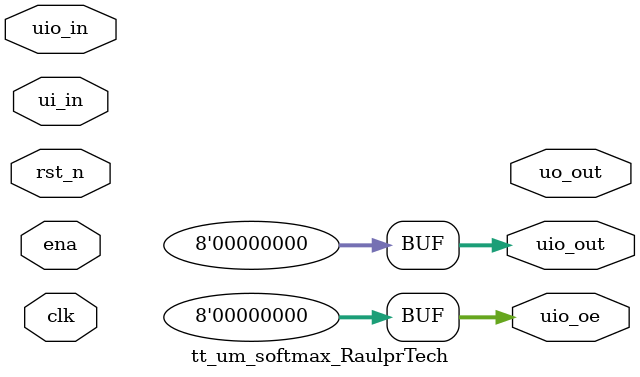
<source format=v>


module tt_um_softmax_RaulprTech (
    input  wire [7:0] ui_in,    // Dedicated inputs - connected to the input switches for clk_selector and pattern_sel
    output wire [7:0] uo_out,   // Dedicated outputs - connected to the 7 LEDs
    input  wire [7:0] uio_in,   // IOs: Bidirectional Input path
    output wire [7:0] uio_out,  // IOs: Bidirectional Output path
    output wire [7:0] uio_oe,   // IOs: Bidirectional Enable path (active high: 0=input, 1=output)
    input  wire       ena,      // will go high when the design is enabled, not used circuit can be turned off when pattern_sel = 0
    input  wire       clk,      // clock
    input  wire       rst_n     // reset_n - low to reset
);
assign uio_out = 0;
assign uio_oe = 0;
    
pseudo_softmax M0
(
     .clk(clk),
    .input_bus(ui_in[2:0]),
    .mant_out(uio_out[2:0]),
    .exp_out(uio_out[5:3])
);

endmodule



</source>
